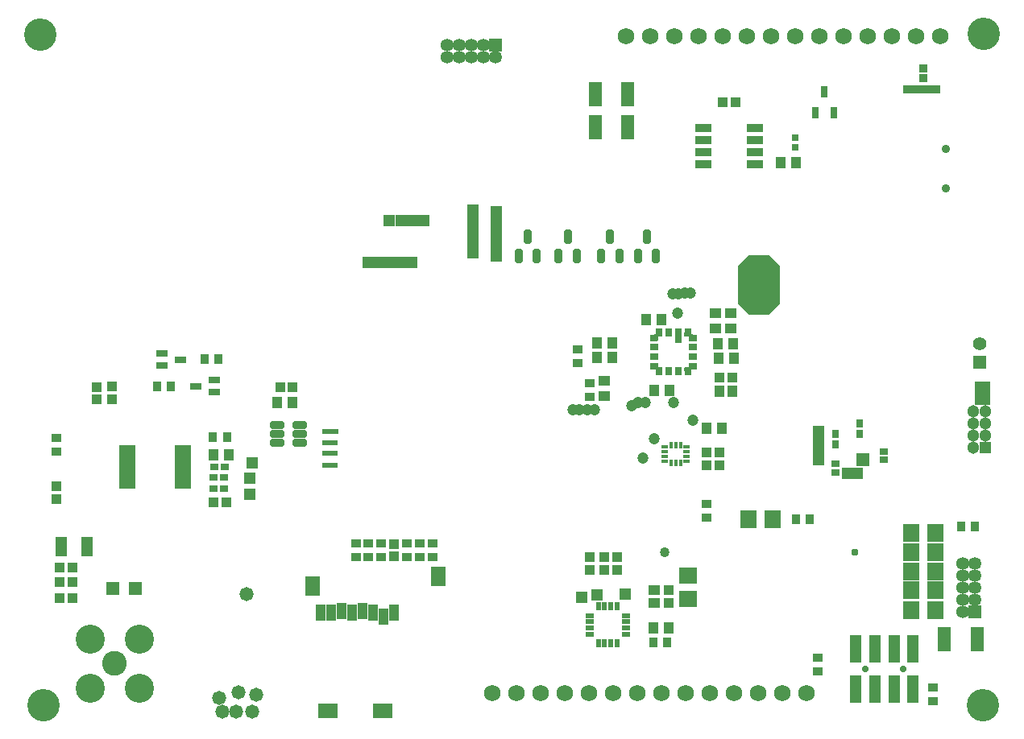
<source format=gbs>
%FSTAX43Y43*%
%MOMM*%
%SFA1B1*%

%IPPOS*%
%AMD98*
4,1,8,-2.222500,1.991360,-2.222500,-1.991360,-1.109980,-3.101340,1.109980,-3.101340,2.222500,-1.991360,2.222500,1.991360,1.109980,3.101340,-1.109980,3.101340,-2.222500,1.991360,0.0*
%
%AMD181*
4,1,8,0.601980,0.391160,-0.601980,0.391160,-0.777240,0.218440,-0.777240,-0.218440,-0.601980,-0.391160,0.601980,-0.391160,0.777240,-0.218440,0.777240,0.218440,0.601980,0.391160,0.0*
1,1,0.348000,0.601980,0.218440*
1,1,0.348000,-0.601980,0.218440*
1,1,0.348000,-0.601980,-0.218440*
1,1,0.348000,0.601980,-0.218440*
%
%AMD183*
4,1,8,-0.396240,0.586740,-0.396240,-0.586740,-0.220980,-0.762000,0.220980,-0.762000,0.396240,-0.586740,0.396240,0.586740,0.220980,0.762000,-0.220980,0.762000,-0.396240,0.586740,0.0*
1,1,0.350000,-0.220980,0.586740*
1,1,0.350000,-0.220980,-0.586740*
1,1,0.350000,0.220980,-0.586740*
1,1,0.350000,0.220980,0.586740*
%
%ADD57R,1.002998X1.152998*%
%ADD58R,1.730997X0.852998*%
%ADD64R,1.202998X1.202998*%
%ADD68C,1.202998*%
%ADD72R,1.102998X0.852998*%
%ADD73R,0.802998X0.952998*%
%ADD75R,1.002998X1.142998*%
%ADD79R,1.152998X1.002998*%
%ADD82R,1.142998X1.002998*%
%ADD88R,0.852998X1.102998*%
%ADD89R,1.142998X1.012998*%
%ADD96R,0.952998X0.802998*%
G04~CAMADD=98~4~0.0~0.0~2442.1~1749.2~0.0~437.3~0~0.0~0.0~0.0~0.0~0~0.0~0.0~0.0~0.0~0~0.0~0.0~0.0~90.0~1750.0~2442.0*
%ADD98D98*%
%ADD99C,1.752996*%
%ADD100C,0.777998*%
%ADD101C,1.027998*%
%ADD102R,0.902998X0.902998*%
%ADD103C,3.052994*%
%ADD104C,2.602995*%
%ADD105R,1.352997X1.352997*%
%ADD106C,1.352997*%
%ADD107C,0.727999*%
%ADD108C,0.902998*%
%ADD109C,3.402993*%
%ADD110R,1.352997X1.352997*%
%ADD111R,1.402997X1.402997*%
%ADD112C,1.402997*%
%ADD113C,1.302997*%
%ADD114R,1.302997X1.302997*%
%ADD171R,1.802996X1.952996*%
%ADD172R,1.452997X2.502995*%
%ADD173R,1.952996X1.802996*%
%ADD174R,0.902998X0.702999*%
%ADD175R,0.702999X0.902998*%
%ADD176R,0.602999X0.702999*%
%ADD177R,0.702999X0.602999*%
%ADD178R,0.752998X0.902998*%
%ADD179R,0.752998X1.602997*%
%ADD180R,1.202998X2.952994*%
G04~CAMADD=181~8~0.0~0.0~611.4~308.3~68.5~0.0~15~0.0~0.0~0.0~0.0~0~0.0~0.0~0.0~0.0~0~0.0~0.0~0.0~0.0~611.4~308.3*
%ADD181D181*%
%ADD182R,0.702999X0.677999*%
G04~CAMADD=183~8~0.0~0.0~599.6~312.2~68.9~0.0~15~0.0~0.0~0.0~0.0~0~0.0~0.0~0.0~0.0~0~0.0~0.0~0.0~90.0~312.0~600.0*
%ADD183D183*%
%ADD184R,0.802998X1.252997*%
%ADD185R,1.677997X0.652999*%
%ADD186R,1.002998X1.702997*%
%ADD187R,1.602997X2.102996*%
%ADD188R,2.002996X1.602997*%
%ADD189R,0.913998X0.507999*%
%ADD190R,0.507999X0.913998*%
%ADD191R,0.677999X0.452999*%
%ADD192R,0.452999X0.677999*%
%ADD193R,0.732999X0.482999*%
%ADD194R,0.822998X0.802998*%
%ADD195R,0.827998X0.602999*%
%ADD196R,1.202998X0.752998*%
%ADD197R,1.272997X2.022996*%
%ADD198R,1.072998X1.222998*%
%ADD199R,1.222998X1.072998*%
%ADD200C,1.472997*%
%LNshm_pcb-1*%
%LPD*%
G36*
X0066737Y00378D02*
X006675Y0037797D01*
X0066763Y0037793*
X0066775Y0037787*
X0066782Y0037782*
X0066786Y003778*
X0066796Y0037771*
X0066805Y0037761*
X0066807Y0037757*
X0066812Y003775*
X0066818Y0037738*
X0066822Y0037725*
X0066825Y0037712*
X0066826Y0037699*
Y0037379*
X0066825Y0037366*
X0066822Y0037353*
Y003735*
X0066832Y0037351*
X0067174*
X0067187Y003735*
X00672Y0037347*
X0067213Y0037343*
X0067225Y0037338*
X0067236Y003733*
X0067246Y0037321*
X0067255Y0037311*
X0067262Y00373*
X0067268Y0037288*
X0067272Y0037275*
X0067275Y0037262*
X0067276Y0037249*
Y0036944*
X0067275Y0036931*
X0067272Y0036918*
X0067268Y0036905*
X0067262Y0036893*
X0067255Y0036882*
X0067246Y0036872*
X0067236Y0036863*
X0067225Y0036856*
X0067213Y003685*
X00672Y0036846*
X0067187Y0036843*
X0067174Y0036842*
X0066675*
X0066661Y0036843*
X0066648Y0036846*
X0066635Y003685*
X0066623Y0036856*
X0066612Y0036863*
X0066602Y0036872*
X0066593Y0036882*
X0066586Y0036893*
X006658Y0036905*
X0066576Y0036918*
X0066573Y0036931*
X0066572Y0036944*
Y0037091*
X0066573Y0037102*
X006657Y0037101*
X0066557Y0037098*
X0066544Y0037097*
X0066424*
X0066411Y0037098*
X0066398Y0037101*
X0066385Y0037105*
X0066373Y0037111*
X0066362Y0037118*
X0066352Y0037127*
X0066343Y0037137*
X0066336Y0037148*
X006633Y003716*
X0066326Y0037173*
X0066323Y0037186*
X0066322Y0037199*
Y0037699*
X0066323Y0037712*
X0066326Y0037725*
X006633Y0037738*
X0066336Y003775*
X0066343Y0037761*
X0066352Y0037771*
X0066362Y003778*
X0066373Y0037787*
X0066385Y0037793*
X0066398Y0037797*
X0066411Y00378*
X0066424Y0037801*
X0066724*
X0066737Y00378*
G37*
G36*
X0070437D02*
X007045Y0037797D01*
X0070463Y0037793*
X0070475Y0037787*
X0070486Y003778*
X0070496Y0037771*
X0070505Y0037761*
X0070512Y003775*
X0070518Y0037738*
X0070522Y0037725*
X0070525Y0037712*
X0070526Y0037699*
Y0037199*
X0070525Y0037186*
X0070522Y0037173*
X0070518Y003716*
X0070512Y0037148*
X0070505Y0037137*
X0070496Y0037127*
X0070486Y0037118*
X0070475Y0037111*
X0070463Y0037105*
X007045Y0037101*
X0070437Y0037098*
X0070424Y0037097*
X0070277*
X0070272Y0037098*
Y0037095*
X0070275Y0037082*
X0070276Y0037069*
Y0036949*
X0070275Y0036936*
X0070272Y0036923*
X0070268Y003691*
X0070262Y0036898*
X0070255Y0036887*
X0070246Y0036877*
X0070236Y0036868*
X0070225Y0036861*
X0070213Y0036855*
X00702Y0036851*
X0070187Y0036848*
X0070174Y0036847*
X0069674*
X0069661Y0036848*
X0069648Y0036851*
X0069635Y0036855*
X0069623Y0036861*
X0069612Y0036868*
X0069602Y0036877*
X0069593Y0036887*
X0069586Y0036898*
X006958Y003691*
X0069576Y0036923*
X0069573Y0036936*
X0069572Y0036949*
Y0037249*
X0069573Y0037262*
X0069576Y0037275*
X006958Y0037288*
X0069586Y00373*
X0069591Y0037307*
X0069593Y0037311*
X0069602Y0037321*
X0069612Y003733*
X0069616Y0037332*
X0069623Y0037338*
X0069635Y0037343*
X0069648Y0037347*
X0069661Y003735*
X0069674Y0037351*
X0069994*
X0070007Y003735*
X007002Y0037347*
X0070022*
Y0037352*
Y0037699*
X0070023Y0037712*
X0070026Y0037725*
X007003Y0037738*
X0070036Y003775*
X0070043Y0037761*
X0070052Y0037771*
X0070062Y003778*
X0070073Y0037787*
X0070085Y0037793*
X0070098Y0037797*
X0070111Y00378*
X0070124Y0037801*
X0070424*
X0070437Y00378*
G37*
G36*
X0067187Y004105D02*
X00672Y0041047D01*
X0067213Y0041043*
X0067225Y0041037*
X0067236Y004103*
X0067246Y0041021*
X0067255Y0041011*
X0067262Y0041*
X0067268Y0040988*
X0067272Y0040975*
X0067275Y0040962*
X0067276Y0040949*
Y0040649*
X0067275Y0040636*
X0067272Y0040623*
X0067268Y004061*
X0067262Y0040598*
X0067257Y0040591*
X0067255Y0040587*
X0067246Y0040577*
X0067236Y0040568*
X0067232Y0040566*
X0067225Y0040561*
X0067213Y0040555*
X00672Y0040551*
X0067187Y0040548*
X0067174Y0040547*
X0066854*
X0066841Y0040548*
X0066828Y0040551*
X0066825Y0040552*
X0066826Y0040539*
Y0040199*
X0066825Y0040186*
X0066822Y0040173*
X0066818Y004016*
X0066812Y0040148*
X0066805Y0040137*
X0066796Y0040127*
X0066786Y0040118*
X0066775Y0040111*
X0066763Y0040105*
X006675Y0040101*
X0066737Y0040098*
X0066724Y0040097*
X0066424*
X0066411Y0040098*
X0066398Y0040101*
X0066385Y0040105*
X0066373Y0040111*
X0066362Y0040118*
X0066352Y0040127*
X0066343Y0040137*
X0066336Y0040148*
X006633Y004016*
X0066326Y0040173*
X0066323Y0040186*
X0066322Y0040199*
Y0040699*
X0066323Y0040712*
X0066326Y0040725*
X006633Y0040738*
X0066336Y004075*
X0066343Y0040761*
X0066352Y0040771*
X0066362Y004078*
X0066373Y0040787*
X0066385Y0040793*
X0066398Y0040797*
X0066411Y00408*
X0066424Y0040801*
X0066564*
X0066577Y00408*
X0066576Y0040803*
X0066573Y0040816*
X0066572Y0040829*
Y0040949*
X0066573Y0040962*
X0066576Y0040975*
X006658Y0040988*
X0066586Y0041*
X0066593Y0041011*
X0066602Y0041021*
X0066612Y004103*
X0066623Y0041037*
X0066635Y0041043*
X0066648Y0041047*
X0066661Y004105*
X0066675Y0041051*
X0067174*
X0067187Y004105*
G37*
G36*
X0070187D02*
X00702Y0041047D01*
X0070213Y0041043*
X0070225Y0041037*
X0070236Y004103*
X0070246Y0041021*
X0070255Y0041011*
X0070262Y0041*
X0070268Y0040988*
X0070272Y0040975*
X0070275Y0040962*
X0070276Y0040949*
Y0040809*
X0070275Y0040796*
X0070278Y0040797*
X0070291Y00408*
X0070304Y0040801*
X0070424*
X0070437Y00408*
X007045Y0040797*
X0070463Y0040793*
X0070475Y0040787*
X0070486Y004078*
X0070496Y0040771*
X0070505Y0040761*
X0070512Y004075*
X0070518Y0040738*
X0070522Y0040725*
X0070525Y0040712*
X0070526Y0040699*
Y0040199*
X0070525Y0040186*
X0070522Y0040173*
X0070518Y004016*
X0070512Y0040148*
X0070505Y0040137*
X0070496Y0040127*
X0070486Y0040118*
X0070475Y0040111*
X0070463Y0040105*
X007045Y0040101*
X0070437Y0040098*
X0070424Y0040097*
X0070124*
X0070111Y0040098*
X0070098Y0040101*
X0070085Y0040105*
X0070073Y0040111*
X0070066Y0040116*
X0070062Y0040118*
X0070052Y0040127*
X0070043Y0040137*
X0070041Y0040141*
X0070036Y0040148*
X007003Y004016*
X0070026Y0040173*
X0070023Y0040186*
X0070022Y0040199*
Y0040519*
X0070023Y0040532*
X0070026Y0040545*
X0070027Y0040548*
X0070014Y0040547*
X0069674*
X0069661Y0040548*
X0069648Y0040551*
X0069635Y0040555*
X0069623Y0040561*
X0069612Y0040568*
X0069602Y0040577*
X0069593Y0040587*
X0069586Y0040598*
X006958Y004061*
X0069576Y0040623*
X0069573Y0040636*
X0069572Y0040649*
Y0040949*
X0069573Y0040962*
X0069576Y0040975*
X006958Y0040988*
X0069586Y0041*
X0069593Y0041011*
X0069602Y0041021*
X0069612Y004103*
X0069623Y0041037*
X0069635Y0041043*
X0069648Y0041047*
X0069661Y004105*
X0069674Y0041051*
X0070174*
X0070187Y004105*
G37*
G54D57*
X0073099Y0039799D03*
X0074699D03*
X0073149Y0038299D03*
X0074749D03*
X0061999Y0039924D03*
X0060399D03*
X0061999Y0038374D03*
X0060399D03*
X0066399Y0034899D03*
X0067999D03*
X0020072Y0028158D03*
X0021672D03*
X0026824Y0033624D03*
X0028424D03*
X0067899Y0009949D03*
X0066299D03*
X0065595Y0042338D03*
X0067195D03*
X007348Y0030901D03*
X007188D03*
X0081299Y0058899D03*
X0079699D03*
G54D58*
X007701Y0058694D03*
Y0059964D03*
Y0061234D03*
Y0062504D03*
X0071588D03*
Y0061234D03*
Y0059964D03*
Y0058694D03*
G54D64*
X0047371Y0053848D03*
Y0052705D03*
Y0051638D03*
Y0050571D03*
X0049816Y00537D03*
Y0052531D03*
Y0051363D03*
Y005022D03*
Y0049052D03*
X003635Y0048329D03*
X0037443D03*
X0038611D03*
X0039729D03*
X003859Y0052738D03*
X0039783D03*
X0040977D03*
X0024179Y0027249D03*
X0023939Y0025659D03*
X0023889Y0023949D03*
X0040909Y0048329D03*
X0047371Y0049389D03*
X0042159Y0052738D03*
X0083699Y0027619D03*
Y0028609D03*
Y0029599D03*
Y0030589D03*
X0086739Y0026199D03*
X0087719D03*
X0058769Y0013189D03*
X0060429Y0013369D03*
X0063399Y0013469D03*
G54D68*
X006014Y0032902D03*
X0059365D03*
X0058565Y0032877D03*
X0070261Y0045121D03*
X0068362Y0045099D03*
X0068989D03*
X006966Y0045134D03*
X0064049Y0033299D03*
X0057849Y0032874D03*
X0068852Y0043018D03*
X0064674Y0033599D03*
X0065499Y0033649D03*
X0068482Y0033678D03*
X0070452Y0031738D03*
X0066422Y0029848D03*
X0065189Y0027759D03*
G54D72*
X0095724Y0003649D03*
Y0002199D03*
X0083574Y0006824D03*
Y0005374D03*
X0071924Y0022949D03*
Y0021499D03*
X0058324Y0037799D03*
Y0039249D03*
X0059624Y0035699D03*
Y0034249D03*
X0003583Y002991D03*
Y002846D03*
X0041748Y0018833D03*
Y0017383D03*
X0043148D03*
Y0018833D03*
X0035048Y0017383D03*
Y0018833D03*
X0040448Y0017383D03*
Y0018833D03*
X0037748D03*
Y0017383D03*
X0036348Y0018833D03*
Y0017383D03*
G54D73*
X0088012Y0031427D03*
Y0030327D03*
X0085492Y0030331D03*
Y0029231D03*
G54D75*
X0073629Y0065199D03*
X0074969D03*
X0005269Y0013024D03*
X0003929D03*
X0005269Y0014749D03*
X0003929D03*
Y0016249D03*
X0005269D03*
X0027084Y0035274D03*
X0028424D03*
X0021439Y0023177D03*
X0020099D03*
X0074619Y0036299D03*
X0073279D03*
G54D79*
X0072849Y0041424D03*
Y0043024D03*
X0074449Y0041424D03*
Y0043024D03*
X0061124Y0034299D03*
Y0035899D03*
G54D82*
X0009431Y0033993D03*
Y0035333D03*
X0073253Y0028386D03*
Y0027046D03*
X0071884Y0028356D03*
Y0027016D03*
X0003598Y0023484D03*
Y0024824D03*
X0039048Y0018778D03*
Y0017438D03*
X0062499Y0017394D03*
Y0016054D03*
X0061199Y0017369D03*
Y0016029D03*
X0059599Y0017369D03*
Y0016029D03*
X0067949Y0012579D03*
Y0013919D03*
G54D88*
X0081324Y0021324D03*
X0082774D03*
X0098674Y0020599D03*
X0100124D03*
X0020054Y002996D03*
X0021504D03*
X0019124Y0038174D03*
X0020574D03*
X0014199Y0035299D03*
X0015649D03*
X0066299Y0008449D03*
X0067749D03*
G54D89*
X0007811Y0033944D03*
Y0035284D03*
G54D96*
X0021171Y0024603D03*
X0020071D03*
X0020158Y0026865D03*
X0021257D03*
X0020071Y0025759D03*
X0021171D03*
G54D98*
X0077424Y0046024D03*
G54D99*
X0082429Y0003074D03*
X0079889D03*
X0077349D03*
X0074809D03*
X0072269D03*
X0069729D03*
X0067189D03*
X0064649D03*
X0062109D03*
X0059569D03*
X0057029D03*
X0054489D03*
X0051949D03*
X0049409D03*
X0096439Y0072124D03*
X0093899D03*
X0091359D03*
X0088819D03*
X0086279D03*
X0083739D03*
X0081199D03*
X0078659D03*
X0076119D03*
X0073579D03*
X0071039D03*
X0068499D03*
X0065959D03*
X0063419D03*
G54D100*
X0087499Y0017924D03*
G54D101*
X0067499Y0017924D03*
G54D102*
X0094699Y0068799D03*
Y0067799D03*
X0100549Y0033839D03*
Y0034609D03*
Y0035419D03*
X0101259D03*
Y0034609D03*
Y0033839D03*
X0096033Y006656D03*
X0095322D03*
X0094585D03*
X0093823D03*
X0092985D03*
G54D103*
X0012274Y0003599D03*
Y0008749D03*
X0007124D03*
Y0003599D03*
G54D104*
X0009699Y0006174D03*
G54D105*
X0100099Y0011619D03*
G54D106*
X0098829Y0011619D03*
X0100099Y0012889D03*
X0098829D03*
X0100099Y0014159D03*
X0098829D03*
X0100099Y0015429D03*
X0098829D03*
X0100099Y0016699D03*
X0098829D03*
X0049709Y0069999D03*
X0048439Y0071269D03*
Y0069999D03*
X0047169Y0071269D03*
Y0069999D03*
X0045899Y0071269D03*
Y0069999D03*
X0044629Y0071269D03*
Y0069999D03*
G54D107*
X0088599Y0005599D03*
X0092599D03*
G54D108*
X0097099Y0056124D03*
Y0060274D03*
G54D109*
X0001924Y0072324D03*
X0002199Y0001799D03*
X0100949D03*
X0100999Y0072399D03*
G54D110*
X0011874Y0014074D03*
X0009525D03*
X0049709Y0071269D03*
G54D111*
X0100574Y0037849D03*
G54D112*
X0100574Y0039849D03*
G54D113*
X0099929Y0032669D03*
X0101199D03*
X0099929Y0031399D03*
X0101199D03*
X0099929Y0030129D03*
X0101199D03*
X0099929Y0028859D03*
G54D114*
X0101199Y0028859D03*
G54D171*
X0078849Y0021399D03*
X0076349D03*
X0093449Y0011799D03*
X0095949D03*
X0093449Y0013899D03*
X0095949D03*
X0093449Y0015899D03*
X0095949D03*
X0093449Y0017899D03*
X0095949D03*
X0093449Y0019899D03*
X0095949D03*
G54D172*
X0100349Y0008749D03*
X0096899D03*
X0063649Y0066099D03*
X0060199D03*
X0063649Y0062599D03*
X0060199D03*
G54D173*
X0069998Y001296D03*
Y001546D03*
G54D174*
X0066374Y0039449D03*
X0070474D03*
Y0038449D03*
X0066374D03*
G54D175*
X0068924Y0036899D03*
X0067924D03*
G54D176*
X0066224Y0037449D03*
Y0040449D03*
X0070624D03*
Y0037449D03*
G54D177*
X0066924Y0036749D03*
Y0041149D03*
X0069924D03*
Y0036749D03*
G54D178*
X0067924Y0040999D03*
G54D179*
X0068924Y0040649D03*
G54D180*
X0087599Y0007724D03*
Y0003474D03*
X0089599Y0007724D03*
Y0003474D03*
X0091599Y0007724D03*
Y0003474D03*
X0093599Y0007724D03*
Y0003474D03*
G54D181*
X0029159Y0029399D03*
Y0030349D03*
Y0031299D03*
X0026789D03*
Y0030349D03*
Y0029399D03*
G54D182*
X0081199Y0060486D03*
Y0061512D03*
G54D183*
X005408Y0049065D03*
X005218D03*
X005313Y0051095D03*
X0057325D03*
X0056375Y0049065D03*
X0058275D03*
X006178Y0051095D03*
X006083Y0049065D03*
X006273D03*
X0065661Y0051095D03*
X0064711Y0049065D03*
X0066611D03*
G54D184*
X0084299Y0066299D03*
X0083349Y0064099D03*
X0085249D03*
G54D185*
X0016919Y0024921D03*
Y0025571D03*
Y0026221D03*
Y0026871D03*
Y0027521D03*
Y0028171D03*
Y0028821D03*
X0011043D03*
Y0028171D03*
Y0027521D03*
Y0026871D03*
Y0026221D03*
Y0025571D03*
Y0024921D03*
G54D186*
X0039038Y0011508D03*
X0037938Y0011108D03*
X0036838Y0011508D03*
X0035738Y0011708D03*
X0034638Y0011508D03*
X0033538Y0011708D03*
X0032438Y0011508D03*
X0031338D03*
G54D187*
X0043698Y0015358D03*
X0030548Y0014358D03*
G54D188*
X0037848Y0001208D03*
X0032148D03*
G54D189*
X0063454Y0009284D03*
Y0009919D03*
Y0010579D03*
Y0011214D03*
X0059594D03*
Y0010579D03*
Y0009919D03*
Y0009284D03*
G54D190*
X0062489Y0012179D03*
X0061854D03*
X0061194D03*
X0060559D03*
Y0008319D03*
X0061194D03*
X0061854D03*
X0062489D03*
G54D191*
X0069837Y0028974D03*
Y0028474D03*
Y0027974D03*
Y0027474D03*
X0067511D03*
Y0027974D03*
Y0028474D03*
Y0028974D03*
G54D192*
X0069174Y0027311D03*
X0068674D03*
X0068174D03*
Y0029137D03*
X0068674D03*
X0069174D03*
G54D193*
X0088654Y0027224D03*
Y0027624D03*
Y0028024D03*
X0087974D03*
Y0027624D03*
Y0027224D03*
G54D194*
X0090574Y0027589D03*
Y0028509D03*
X0085464Y0027163D03*
Y0026243D03*
G54D195*
X0032736Y0028324D03*
X0031912D03*
X0032736Y0029424D03*
X0031912D03*
X0032761Y0030599D03*
X0031937D03*
X0032748Y0026999D03*
X0031924D03*
G54D196*
X0020149Y0035999D03*
Y0034699D03*
X0018249Y0035349D03*
X0014699Y0037499D03*
Y0038799D03*
X0016599Y0038149D03*
G54D197*
X0004064Y0018474D03*
X0006824D03*
G54D198*
X0073269Y0034799D03*
X0074629D03*
G54D199*
X0066374Y0012569D03*
Y0013929D03*
G54D200*
X0020999Y0001099D03*
X0022699Y0003199D03*
X0024199Y0001099D03*
X0024599Y0002899D03*
X0022499Y0001099D03*
X0023599Y0013499D03*
X0020699Y0002599D03*
M02*
</source>
